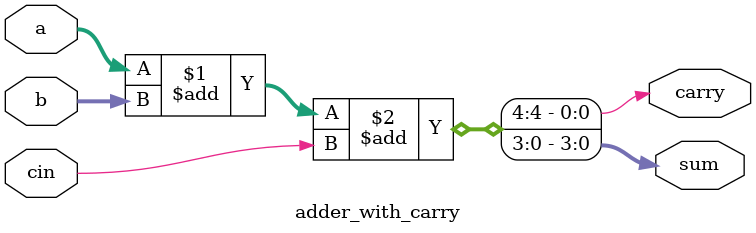
<source format=sv>
module adder_with_carry (
    input  [3:0] a, b,
    input        cin,
    output [3:0] sum,
    output       carry
);
    assign {carry, sum} = a + b + cin;
endmodule
</source>
